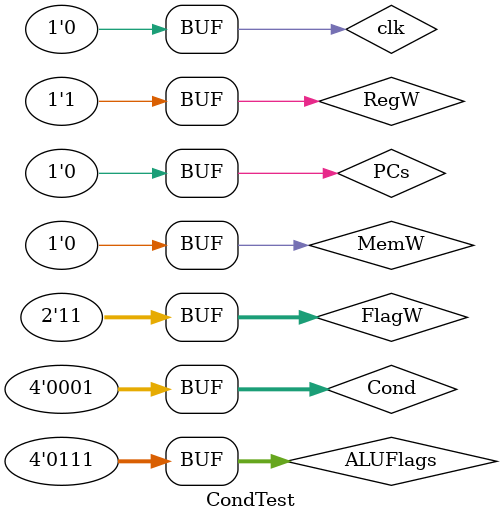
<source format=v>
`timescale 1ns / 1ps


module CondTest;

	// Inputs
	reg clk;
	reg PCs;
	reg RegW;
	reg MemW;
	reg [1:0] FlagW;
	reg [3:0] Cond;
	reg [3:0] ALUFlags;

	// Outputs
	wire PCSrc;
	wire RegWrite;
	wire MemWrite;

	// Instantiate the Unit Under Test (UUT)
	ConditionalLogic uut (
		.clk(clk), 
		.PCs(PCs), 
		.RegW(RegW), 
		.MemW(MemW), 
		.FlagW(FlagW), 
		.Cond(Cond), 
		.ALUFlags(ALUFlags), 
		.PCSrc(PCSrc), 
		.RegWrite(RegWrite), 
		.MemWrite(MemWrite)
	);

	initial begin
		// Initialize Inputs
		clk = 0;
		PCs = 0;
		RegW = 0;
		MemW = 0;
		FlagW = 0;
		Cond = 0;
		ALUFlags = 0;

		// Wait 100 ns for global reset to finish
		#100;
        
		// Add stimulus here
		PCs = 0;
		RegW = 1;
		MemW = 0;
		FlagW = 0;
		Cond = 14;
		ALUFlags = 0;
		#150;
		PCs = 0;
		RegW = 1;
		MemW = 0;
		FlagW = 3;
		Cond = 1;
		ALUFlags = 8;
		#150;
		PCs = 0;
		RegW = 1;
		MemW = 0;
		FlagW = 3;
		Cond = 1;
		ALUFlags = 7;
	end
	

always begin
		#5; clk = 1;
		#5; clk = 0;
end
endmodule


</source>
